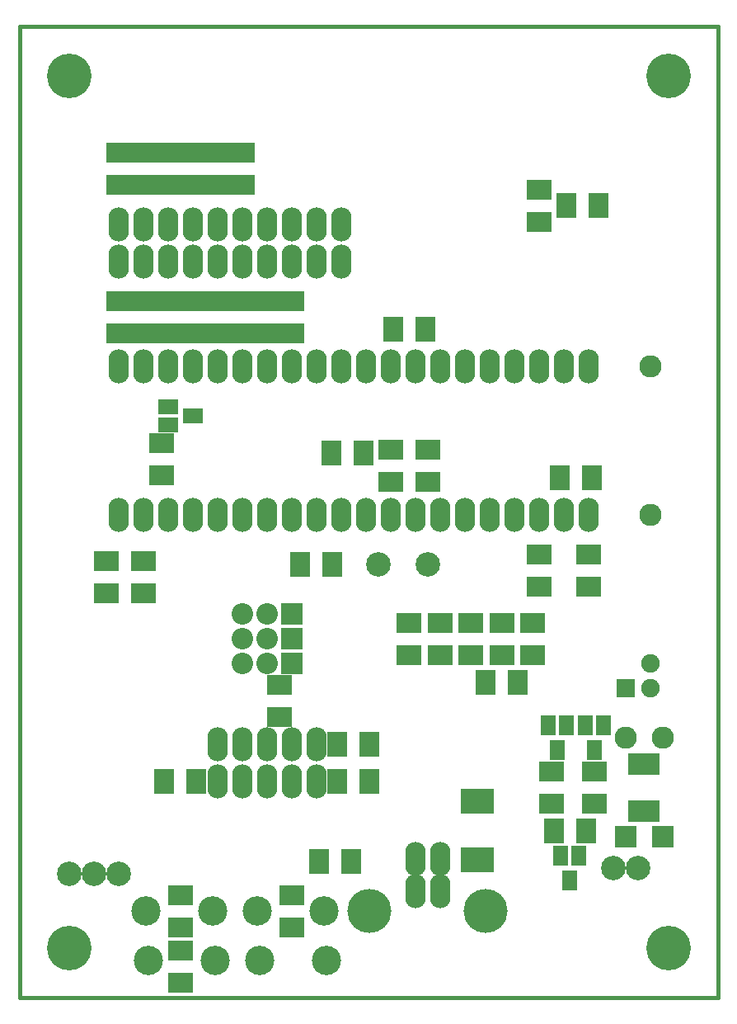
<source format=gbs>
G04 #@! TF.FileFunction,Soldermask,Bot*
%FSLAX46Y46*%
G04 Gerber Fmt 4.6, Leading zero omitted, Abs format (unit mm)*
G04 Created by KiCad (PCBNEW 4.0.5+dfsg1-4) date Wed May 24 13:42:23 2017*
%MOMM*%
%LPD*%
G01*
G04 APERTURE LIST*
%ADD10C,0.150000*%
%ADD11C,0.381000*%
%ADD12R,2.009140X1.508760*%
%ADD13O,2.108200X3.507740*%
%ADD14C,4.508500*%
%ADD15C,2.506980*%
%ADD16R,2.207260X2.207260*%
%ADD17C,2.207260*%
%ADD18R,1.508760X2.009140*%
%ADD19R,2.540000X2.032000*%
%ADD20R,2.032000X2.540000*%
%ADD21R,3.208020X2.308860*%
%ADD22R,3.507740X2.506980*%
%ADD23C,2.286000*%
%ADD24R,2.286000X2.286000*%
%ADD25R,1.905000X1.905000*%
%ADD26C,1.905000*%
%ADD27C,4.572000*%
%ADD28C,3.007360*%
G04 APERTURE END LIST*
D10*
D11*
X91440000Y-139700000D02*
X163195000Y-139700000D01*
X91440000Y-40005000D02*
X163195000Y-40005000D01*
X163195000Y-139700000D02*
X163195000Y-40005000D01*
X91440000Y-139700000D02*
X91440000Y-40005000D01*
D12*
X109220000Y-80010000D03*
X106680000Y-79057500D03*
X106680000Y-80962500D03*
D13*
X134620000Y-125460760D03*
X132080000Y-125460760D03*
X132080000Y-128760220D03*
X134620000Y-128760220D03*
D14*
X139349480Y-130810000D03*
X127350520Y-130810000D03*
D15*
X133350000Y-95250000D03*
X128270000Y-95250000D03*
D13*
X111760000Y-117490240D03*
X111760000Y-113649760D03*
X114300000Y-117490240D03*
X114300000Y-113649760D03*
X116840000Y-117490240D03*
X116840000Y-113649760D03*
X119380000Y-117490240D03*
X119380000Y-113649760D03*
X121920000Y-117490240D03*
X121920000Y-113649760D03*
X124460000Y-60309760D03*
X124460000Y-64150240D03*
X121920000Y-60309760D03*
X121920000Y-64150240D03*
X119380000Y-60309760D03*
X119380000Y-64150240D03*
X116840000Y-60309760D03*
X116840000Y-64150240D03*
X114300000Y-60309760D03*
X114300000Y-64150240D03*
X111760000Y-60309760D03*
X111760000Y-64150240D03*
X109220000Y-60309760D03*
X109220000Y-64150240D03*
X106680000Y-60309760D03*
X106680000Y-64150240D03*
X104140000Y-60309760D03*
X104140000Y-64150240D03*
X101600000Y-60309760D03*
X101600000Y-64150240D03*
D15*
X154940000Y-126365000D03*
X152400000Y-126365000D03*
X96520000Y-127000000D03*
X99060000Y-127000000D03*
X101600000Y-127000000D03*
D16*
X119380000Y-102870000D03*
D17*
X116840000Y-102870000D03*
X114300000Y-102870000D03*
D16*
X119380000Y-105410000D03*
D17*
X116840000Y-105410000D03*
X114300000Y-105410000D03*
D16*
X119380000Y-100330000D03*
D17*
X116840000Y-100330000D03*
X114300000Y-100330000D03*
D13*
X101600000Y-90170000D03*
X104140000Y-90170000D03*
X106680000Y-90170000D03*
X109220000Y-90170000D03*
X111760000Y-90170000D03*
X114300000Y-90170000D03*
X116840000Y-90170000D03*
X119380000Y-90170000D03*
X121920000Y-90170000D03*
X124460000Y-90170000D03*
X127000000Y-90170000D03*
X129540000Y-90170000D03*
X132080000Y-90170000D03*
X134620000Y-90170000D03*
X137160000Y-90170000D03*
X139700000Y-90170000D03*
X142240000Y-90170000D03*
X144780000Y-90170000D03*
X147320000Y-90170000D03*
X149860000Y-90170000D03*
X149860000Y-74930000D03*
X147320000Y-74930000D03*
X144780000Y-74930000D03*
X142240000Y-74930000D03*
X139700000Y-74930000D03*
X137160000Y-74930000D03*
X134620000Y-74930000D03*
X132080000Y-74930000D03*
X129540000Y-74930000D03*
X127000000Y-74930000D03*
X124460000Y-74930000D03*
X121920000Y-74930000D03*
X119380000Y-74930000D03*
X116840000Y-74930000D03*
X114300000Y-74930000D03*
X111760000Y-74930000D03*
X109220000Y-74930000D03*
X106680000Y-74930000D03*
X104140000Y-74930000D03*
X101600000Y-74930000D03*
D18*
X146685000Y-114300000D03*
X147637500Y-111760000D03*
X145732500Y-111760000D03*
X147955000Y-127635000D03*
X148907500Y-125095000D03*
X147002500Y-125095000D03*
X150495000Y-114300000D03*
X151447500Y-111760000D03*
X149542500Y-111760000D03*
D19*
X114300000Y-71501000D03*
X114300000Y-68199000D03*
X116840000Y-71501000D03*
X116840000Y-68199000D03*
X109220000Y-71501000D03*
X109220000Y-68199000D03*
X106680000Y-71501000D03*
X106680000Y-68199000D03*
X111760000Y-71501000D03*
X111760000Y-68199000D03*
X104140000Y-71501000D03*
X104140000Y-68199000D03*
X101600000Y-71501000D03*
X101600000Y-68199000D03*
X104140000Y-56261000D03*
X104140000Y-52959000D03*
X101600000Y-56261000D03*
X101600000Y-52959000D03*
X119380000Y-71501000D03*
X119380000Y-68199000D03*
X114300000Y-56261000D03*
X114300000Y-52959000D03*
X109220000Y-56261000D03*
X109220000Y-52959000D03*
X111760000Y-56261000D03*
X111760000Y-52959000D03*
X144780000Y-56769000D03*
X144780000Y-60071000D03*
D20*
X133096000Y-71120000D03*
X129794000Y-71120000D03*
D19*
X118110000Y-110871000D03*
X118110000Y-107569000D03*
D20*
X124079000Y-117475000D03*
X127381000Y-117475000D03*
X109601000Y-117475000D03*
X106299000Y-117475000D03*
D19*
X106680000Y-56261000D03*
X106680000Y-52959000D03*
X107950000Y-134874000D03*
X107950000Y-138176000D03*
X106045000Y-82804000D03*
X106045000Y-86106000D03*
D21*
X155575000Y-120510300D03*
X155575000Y-115709700D03*
D20*
X123444000Y-83820000D03*
X126746000Y-83820000D03*
D22*
X138430000Y-119555260D03*
X138430000Y-125554740D03*
D23*
X157480000Y-113030000D03*
D24*
X157480000Y-123190000D03*
D23*
X153670000Y-113030000D03*
D24*
X153670000Y-123190000D03*
D19*
X107950000Y-129159000D03*
X107950000Y-132461000D03*
D20*
X123571000Y-95250000D03*
X120269000Y-95250000D03*
D23*
X156210000Y-74930000D03*
X156210000Y-90170000D03*
D25*
X153670000Y-107950000D03*
D26*
X156210000Y-107950000D03*
X156210000Y-105410000D03*
D19*
X133350000Y-83439000D03*
X133350000Y-86741000D03*
D20*
X146939000Y-86360000D03*
X150241000Y-86360000D03*
D19*
X100330000Y-94869000D03*
X100330000Y-98171000D03*
X104140000Y-94869000D03*
X104140000Y-98171000D03*
X150495000Y-119761000D03*
X150495000Y-116459000D03*
X149860000Y-97536000D03*
X149860000Y-94234000D03*
D20*
X147574000Y-58420000D03*
X150876000Y-58420000D03*
D19*
X119380000Y-129159000D03*
X119380000Y-132461000D03*
D20*
X127381000Y-113665000D03*
X124079000Y-113665000D03*
D19*
X131445000Y-101219000D03*
X131445000Y-104521000D03*
X129540000Y-83439000D03*
X129540000Y-86741000D03*
X146050000Y-119761000D03*
X146050000Y-116459000D03*
X137795000Y-104521000D03*
X137795000Y-101219000D03*
X140970000Y-104521000D03*
X140970000Y-101219000D03*
D20*
X139319000Y-107315000D03*
X142621000Y-107315000D03*
D19*
X144780000Y-97536000D03*
X144780000Y-94234000D03*
D20*
X149606000Y-122555000D03*
X146304000Y-122555000D03*
X122174000Y-125730000D03*
X125476000Y-125730000D03*
D19*
X134620000Y-101219000D03*
X134620000Y-104521000D03*
X144145000Y-101219000D03*
X144145000Y-104521000D03*
D27*
X96520000Y-134620000D03*
X158115000Y-134620000D03*
X158115000Y-45085000D03*
X96520000Y-45085000D03*
D28*
X116078000Y-135890000D03*
X115824000Y-130810000D03*
X122936000Y-135890000D03*
X122682000Y-130810000D03*
X104648000Y-135890000D03*
X104394000Y-130810000D03*
X111506000Y-135890000D03*
X111252000Y-130810000D03*
M02*

</source>
